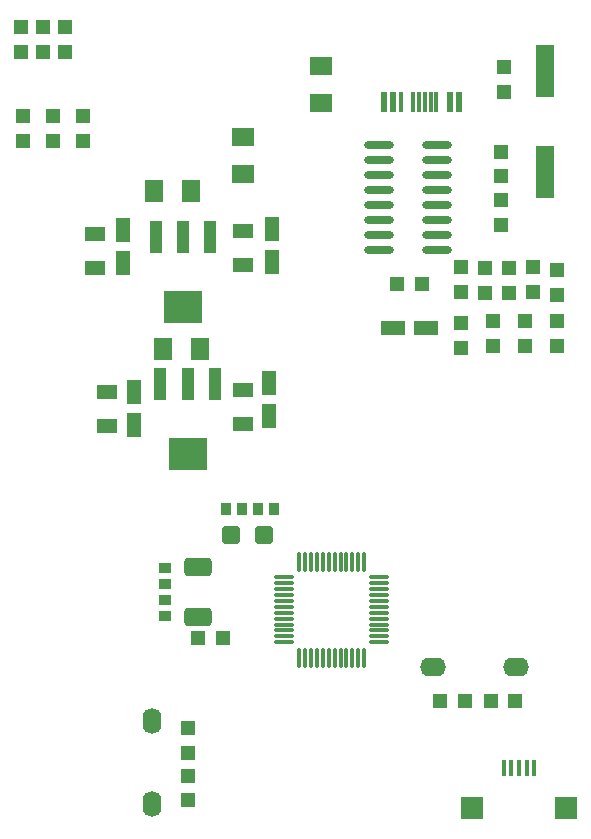
<source format=gbr>
G04*
G04 #@! TF.GenerationSoftware,Altium Limited,Altium Designer,24.2.2 (26)*
G04*
G04 Layer_Color=8421504*
%FSLAX44Y44*%
%MOMM*%
G71*
G04*
G04 #@! TF.SameCoordinates,411CF6F5-C546-4132-A14B-87BDE19E8412*
G04*
G04*
G04 #@! TF.FilePolarity,Positive*
G04*
G01*
G75*
%ADD20R,0.9000X1.0000*%
G04:AMPARAMS|DCode=21|XSize=1.6mm|YSize=1.6mm|CornerRadius=0.4mm|HoleSize=0mm|Usage=FLASHONLY|Rotation=0.000|XOffset=0mm|YOffset=0mm|HoleType=Round|Shape=RoundedRectangle|*
%AMROUNDEDRECTD21*
21,1,1.6000,0.8000,0,0,0.0*
21,1,0.8000,1.6000,0,0,0.0*
1,1,0.8000,0.4000,-0.4000*
1,1,0.8000,-0.4000,-0.4000*
1,1,0.8000,-0.4000,0.4000*
1,1,0.8000,0.4000,0.4000*
%
%ADD21ROUNDEDRECTD21*%
%ADD22R,1.2000X1.2000*%
%ADD23O,2.2000X1.6000*%
%ADD24R,0.4000X1.3500*%
%ADD25R,1.9000X1.9000*%
%ADD26O,1.6000X2.2000*%
%ADD27R,1.0000X0.9000*%
G04:AMPARAMS|DCode=28|XSize=1.6mm|YSize=2.4mm|CornerRadius=0.4mm|HoleSize=0mm|Usage=FLASHONLY|Rotation=270.000|XOffset=0mm|YOffset=0mm|HoleType=Round|Shape=RoundedRectangle|*
%AMROUNDEDRECTD28*
21,1,1.6000,1.6000,0,0,270.0*
21,1,0.8000,2.4000,0,0,270.0*
1,1,0.8000,-0.8000,-0.4000*
1,1,0.8000,-0.8000,0.4000*
1,1,0.8000,0.8000,0.4000*
1,1,0.8000,0.8000,-0.4000*
%
%ADD28ROUNDEDRECTD28*%
%ADD29O,0.3000X1.8000*%
%ADD30O,1.8000X0.3000*%
%ADD31R,2.0000X1.2000*%
%ADD32R,1.2000X1.2000*%
%ADD33R,1.9000X1.5000*%
%ADD34R,1.5000X1.9000*%
%ADD35R,1.8000X1.3000*%
%ADD36R,1.2000X2.0000*%
%ADD37R,1.0000X2.7000*%
%ADD38R,3.3000X2.7000*%
%ADD39R,0.6000X1.8000*%
%ADD40R,0.3000X1.8000*%
%ADD41O,2.5000X0.7000*%
%ADD42R,1.5000X4.5000*%
D20*
X201930Y267970D02*
D03*
X188430D02*
D03*
X215500D02*
D03*
X229000D02*
D03*
D21*
X193010Y246380D02*
D03*
X221010Y246380D02*
D03*
D22*
X186100Y158750D02*
D03*
X165100D02*
D03*
X391160Y105410D02*
D03*
X370160D02*
D03*
X433750D02*
D03*
X412750D02*
D03*
X333416Y458470D02*
D03*
X354416D02*
D03*
D23*
X363780Y134620D02*
D03*
X433780D02*
D03*
D24*
X423750Y48820D02*
D03*
X430250D02*
D03*
X436750D02*
D03*
X443250D02*
D03*
X449750D02*
D03*
D25*
X397250Y15240D02*
D03*
X476250D02*
D03*
D26*
X125730Y88340D02*
D03*
Y18340D02*
D03*
D27*
X137261Y177808D02*
D03*
Y191308D02*
D03*
X137296Y218258D02*
D03*
Y204758D02*
D03*
D28*
X164893Y176964D02*
D03*
X164893Y218964D02*
D03*
D29*
X250630Y223380D02*
D03*
X255630D02*
D03*
X260630D02*
D03*
X265630D02*
D03*
X270630Y223380D02*
D03*
X275630D02*
D03*
X280630D02*
D03*
X285630Y223380D02*
D03*
X290630D02*
D03*
X295630D02*
D03*
X300630D02*
D03*
X305630D02*
D03*
Y142380D02*
D03*
X300630D02*
D03*
X295630D02*
D03*
X290630D02*
D03*
X285630D02*
D03*
X280630Y142380D02*
D03*
X275630D02*
D03*
X270630D02*
D03*
X265630Y142380D02*
D03*
X260630D02*
D03*
X255630D02*
D03*
X250630D02*
D03*
D30*
X318630Y210380D02*
D03*
Y205380D02*
D03*
Y200380D02*
D03*
Y195380D02*
D03*
Y190380D02*
D03*
Y185380D02*
D03*
Y180380D02*
D03*
Y175380D02*
D03*
Y170380D02*
D03*
Y165380D02*
D03*
Y160380D02*
D03*
Y155380D02*
D03*
X237630D02*
D03*
Y160380D02*
D03*
Y165380D02*
D03*
Y170380D02*
D03*
Y175380D02*
D03*
Y180380D02*
D03*
Y185380D02*
D03*
Y190380D02*
D03*
Y195380D02*
D03*
Y200380D02*
D03*
Y205380D02*
D03*
Y210380D02*
D03*
D31*
X358140Y421640D02*
D03*
X330140D02*
D03*
D32*
X387350Y452010D02*
D03*
Y473010D02*
D03*
X16510Y580050D02*
D03*
Y601050D02*
D03*
X441537Y427060D02*
D03*
Y406060D02*
D03*
X414443Y427060D02*
D03*
Y406060D02*
D03*
X67310Y580050D02*
D03*
Y601050D02*
D03*
X421640Y570824D02*
D03*
Y549824D02*
D03*
X424180Y621620D02*
D03*
Y642620D02*
D03*
X33655Y676370D02*
D03*
Y655370D02*
D03*
X52070Y676370D02*
D03*
Y655370D02*
D03*
X387350Y425560D02*
D03*
Y404560D02*
D03*
X41910Y601050D02*
D03*
Y580050D02*
D03*
X468630Y406060D02*
D03*
Y427060D02*
D03*
X15240Y676370D02*
D03*
Y655370D02*
D03*
X427990Y450994D02*
D03*
Y471994D02*
D03*
X407670Y450994D02*
D03*
Y471994D02*
D03*
X448310Y452010D02*
D03*
Y473010D02*
D03*
X421640Y508676D02*
D03*
Y529676D02*
D03*
X156210Y82660D02*
D03*
Y61660D02*
D03*
Y42504D02*
D03*
Y21504D02*
D03*
X468630Y449630D02*
D03*
Y470630D02*
D03*
D33*
X203200Y583190D02*
D03*
Y552190D02*
D03*
X269240Y642880D02*
D03*
Y611880D02*
D03*
D34*
X166630Y403860D02*
D03*
X135630D02*
D03*
X159010Y537210D02*
D03*
X128010D02*
D03*
D35*
X203200Y368830D02*
D03*
Y339830D02*
D03*
X87630Y367560D02*
D03*
Y338560D02*
D03*
X203200Y503450D02*
D03*
Y474450D02*
D03*
X77470Y500910D02*
D03*
Y471910D02*
D03*
D36*
X224790Y374680D02*
D03*
Y346680D02*
D03*
X110490Y339060D02*
D03*
Y367060D02*
D03*
X227330Y505490D02*
D03*
Y477490D02*
D03*
X101600Y476220D02*
D03*
Y504220D02*
D03*
D37*
X175400Y498130D02*
D03*
X152400D02*
D03*
X129400D02*
D03*
X179210Y373670D02*
D03*
X156210D02*
D03*
X133210D02*
D03*
D38*
X152400Y439130D02*
D03*
X156210Y314670D02*
D03*
D39*
X386330Y612836D02*
D03*
X378330D02*
D03*
X330330D02*
D03*
X322330D02*
D03*
D40*
X356830D02*
D03*
X361830D02*
D03*
X366830D02*
D03*
X351830D02*
D03*
X346830D02*
D03*
X336830D02*
D03*
D41*
X367400Y538480D02*
D03*
Y525780D02*
D03*
Y551180D02*
D03*
Y500380D02*
D03*
Y513080D02*
D03*
Y576580D02*
D03*
Y563880D02*
D03*
Y487680D02*
D03*
X318400Y513080D02*
D03*
Y525780D02*
D03*
Y563880D02*
D03*
Y576580D02*
D03*
Y538480D02*
D03*
Y551180D02*
D03*
Y487680D02*
D03*
Y500380D02*
D03*
D42*
X458470Y638810D02*
D03*
Y553810D02*
D03*
M02*

</source>
